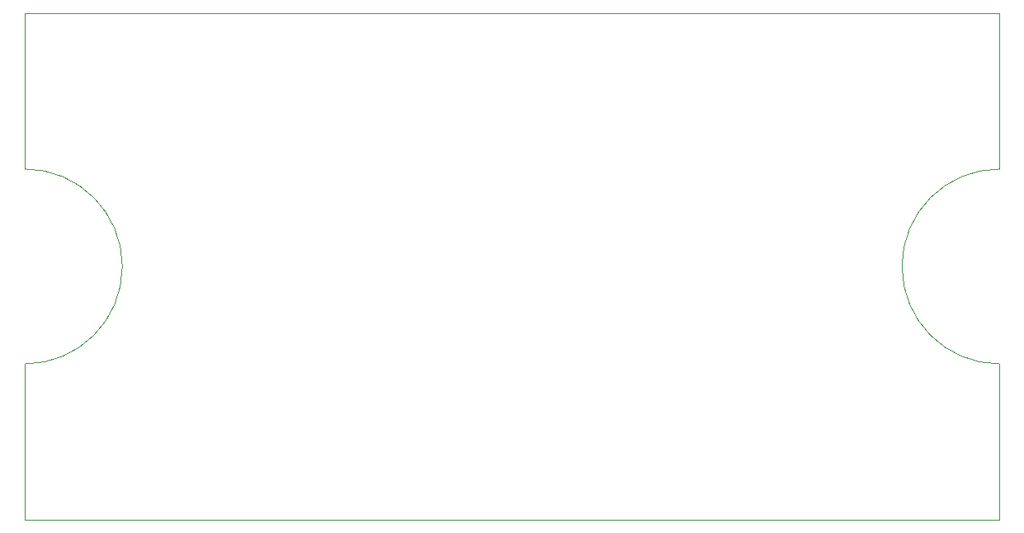
<source format=gm1>
G04 Layer_Color=16711935*
%FSLAX25Y25*%
%MOIN*%
G70*
G01*
G75*
%ADD62C,0.00394*%
D62*
X393701Y141732D02*
G03*
X393701Y62992I0J-39370D01*
G01*
X0D02*
G03*
X0Y141732I0J39370D01*
G01*
X-0Y0D02*
Y62992D01*
X393701Y141732D02*
Y204725D01*
Y0D02*
Y62992D01*
X-0Y204725D02*
X393701D01*
X-0Y141732D02*
Y204725D01*
Y0D02*
X393701D01*
M02*

</source>
